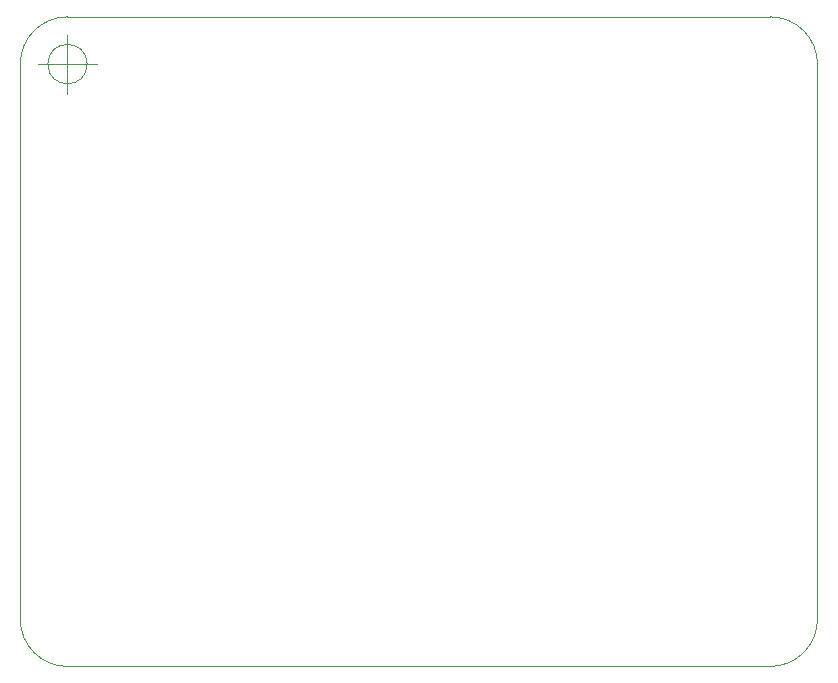
<source format=gbr>
%TF.GenerationSoftware,KiCad,Pcbnew,(6.0.10)*%
%TF.CreationDate,2023-06-21T21:11:04+02:00*%
%TF.ProjectId,FOX-PDA-v1,464f582d-5044-4412-9d76-312e6b696361,rev?*%
%TF.SameCoordinates,Original*%
%TF.FileFunction,Profile,NP*%
%FSLAX46Y46*%
G04 Gerber Fmt 4.6, Leading zero omitted, Abs format (unit mm)*
G04 Created by KiCad (PCBNEW (6.0.10)) date 2023-06-21 21:11:04*
%MOMM*%
%LPD*%
G01*
G04 APERTURE LIST*
%TA.AperFunction,Profile*%
%ADD10C,0.050000*%
%TD*%
%TA.AperFunction,Profile*%
%ADD11C,0.038100*%
%TD*%
G04 APERTURE END LIST*
D10*
X181500000Y-121000000D02*
G75*
G03*
X185500000Y-117000000I0J4000000D01*
G01*
X185500000Y-70000000D02*
X185500000Y-117000000D01*
X118000000Y-117000000D02*
G75*
G03*
X122000000Y-121000000I4000000J0D01*
G01*
X122000000Y-66000000D02*
G75*
G03*
X118000000Y-70000000I0J-4000000D01*
G01*
X118000000Y-117000000D02*
X118000000Y-70000000D01*
X185500000Y-70000000D02*
G75*
G03*
X181500000Y-66000000I-4000000J0D01*
G01*
X122000000Y-66000000D02*
X181500000Y-66000000D01*
X181500000Y-121000000D02*
X122000000Y-121000000D01*
D11*
X123666666Y-70000000D02*
G75*
G03*
X123666666Y-70000000I-1666666J0D01*
G01*
X119500000Y-70000000D02*
X124500000Y-70000000D01*
X122000000Y-67500000D02*
X122000000Y-72500000D01*
X123666666Y-70000000D02*
G75*
G03*
X123666666Y-70000000I-1666666J0D01*
G01*
X119500000Y-70000000D02*
X124500000Y-70000000D01*
X122000000Y-67500000D02*
X122000000Y-72500000D01*
X123666666Y-70000000D02*
G75*
G03*
X123666666Y-70000000I-1666666J0D01*
G01*
X119500000Y-70000000D02*
X124500000Y-70000000D01*
X122000000Y-67500000D02*
X122000000Y-72500000D01*
X123666666Y-70000000D02*
G75*
G03*
X123666666Y-70000000I-1666666J0D01*
G01*
X119500000Y-70000000D02*
X124500000Y-70000000D01*
X122000000Y-67500000D02*
X122000000Y-72500000D01*
M02*

</source>
